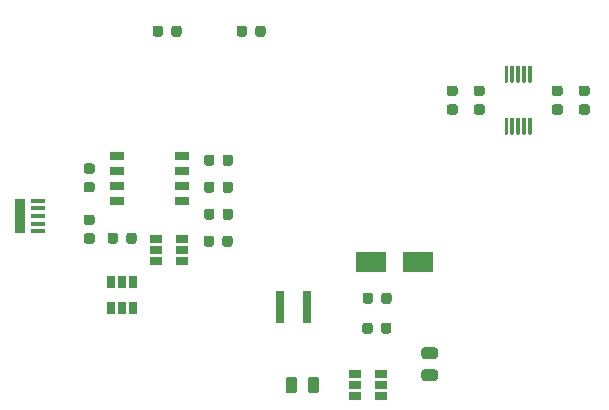
<source format=gbr>
G04 #@! TF.GenerationSoftware,KiCad,Pcbnew,(5.1.6)-1*
G04 #@! TF.CreationDate,2021-01-22T14:13:29+00:00*
G04 #@! TF.ProjectId,NanoBLE_Compass,4e616e6f-424c-4455-9f43-6f6d70617373,rev?*
G04 #@! TF.SameCoordinates,Original*
G04 #@! TF.FileFunction,Paste,Top*
G04 #@! TF.FilePolarity,Positive*
%FSLAX46Y46*%
G04 Gerber Fmt 4.6, Leading zero omitted, Abs format (unit mm)*
G04 Created by KiCad (PCBNEW (5.1.6)-1) date 2021-01-22 14:13:29*
%MOMM*%
%LPD*%
G01*
G04 APERTURE LIST*
%ADD10R,2.500000X1.800000*%
%ADD11R,0.800000X2.700000*%
%ADD12R,1.300000X0.700000*%
%ADD13R,1.200000X0.400000*%
%ADD14R,0.900000X3.000000*%
%ADD15R,1.060000X0.650000*%
%ADD16R,0.650000X1.060000*%
G04 APERTURE END LIST*
D10*
X150836000Y-93472000D03*
X154836000Y-93472000D03*
D11*
X143158000Y-97282000D03*
X145458000Y-97282000D03*
G36*
G01*
X126743750Y-89453000D02*
X127256250Y-89453000D01*
G75*
G02*
X127475000Y-89671750I0J-218750D01*
G01*
X127475000Y-90109250D01*
G75*
G02*
X127256250Y-90328000I-218750J0D01*
G01*
X126743750Y-90328000D01*
G75*
G02*
X126525000Y-90109250I0J218750D01*
G01*
X126525000Y-89671750D01*
G75*
G02*
X126743750Y-89453000I218750J0D01*
G01*
G37*
G36*
G01*
X126743750Y-91028000D02*
X127256250Y-91028000D01*
G75*
G02*
X127475000Y-91246750I0J-218750D01*
G01*
X127475000Y-91684250D01*
G75*
G02*
X127256250Y-91903000I-218750J0D01*
G01*
X126743750Y-91903000D01*
G75*
G02*
X126525000Y-91684250I0J218750D01*
G01*
X126525000Y-91246750D01*
G75*
G02*
X126743750Y-91028000I218750J0D01*
G01*
G37*
G36*
G01*
X137572000Y-91437750D02*
X137572000Y-91950250D01*
G75*
G02*
X137353250Y-92169000I-218750J0D01*
G01*
X136915750Y-92169000D01*
G75*
G02*
X136697000Y-91950250I0J218750D01*
G01*
X136697000Y-91437750D01*
G75*
G02*
X136915750Y-91219000I218750J0D01*
G01*
X137353250Y-91219000D01*
G75*
G02*
X137572000Y-91437750I0J-218750D01*
G01*
G37*
G36*
G01*
X139147000Y-91437750D02*
X139147000Y-91950250D01*
G75*
G02*
X138928250Y-92169000I-218750J0D01*
G01*
X138490750Y-92169000D01*
G75*
G02*
X138272000Y-91950250I0J218750D01*
G01*
X138272000Y-91437750D01*
G75*
G02*
X138490750Y-91219000I218750J0D01*
G01*
X138928250Y-91219000D01*
G75*
G02*
X139147000Y-91437750I0J-218750D01*
G01*
G37*
G36*
G01*
X166367750Y-80106000D02*
X166880250Y-80106000D01*
G75*
G02*
X167099000Y-80324750I0J-218750D01*
G01*
X167099000Y-80762250D01*
G75*
G02*
X166880250Y-80981000I-218750J0D01*
G01*
X166367750Y-80981000D01*
G75*
G02*
X166149000Y-80762250I0J218750D01*
G01*
X166149000Y-80324750D01*
G75*
G02*
X166367750Y-80106000I218750J0D01*
G01*
G37*
G36*
G01*
X166367750Y-78531000D02*
X166880250Y-78531000D01*
G75*
G02*
X167099000Y-78749750I0J-218750D01*
G01*
X167099000Y-79187250D01*
G75*
G02*
X166880250Y-79406000I-218750J0D01*
G01*
X166367750Y-79406000D01*
G75*
G02*
X166149000Y-79187250I0J218750D01*
G01*
X166149000Y-78749750D01*
G75*
G02*
X166367750Y-78531000I218750J0D01*
G01*
G37*
G36*
G01*
X160276250Y-80981000D02*
X159763750Y-80981000D01*
G75*
G02*
X159545000Y-80762250I0J218750D01*
G01*
X159545000Y-80324750D01*
G75*
G02*
X159763750Y-80106000I218750J0D01*
G01*
X160276250Y-80106000D01*
G75*
G02*
X160495000Y-80324750I0J-218750D01*
G01*
X160495000Y-80762250D01*
G75*
G02*
X160276250Y-80981000I-218750J0D01*
G01*
G37*
G36*
G01*
X160276250Y-79406000D02*
X159763750Y-79406000D01*
G75*
G02*
X159545000Y-79187250I0J218750D01*
G01*
X159545000Y-78749750D01*
G75*
G02*
X159763750Y-78531000I218750J0D01*
G01*
X160276250Y-78531000D01*
G75*
G02*
X160495000Y-78749750I0J-218750D01*
G01*
X160495000Y-79187250D01*
G75*
G02*
X160276250Y-79406000I-218750J0D01*
G01*
G37*
G36*
G01*
X132379000Y-74170250D02*
X132379000Y-73657750D01*
G75*
G02*
X132597750Y-73439000I218750J0D01*
G01*
X133035250Y-73439000D01*
G75*
G02*
X133254000Y-73657750I0J-218750D01*
G01*
X133254000Y-74170250D01*
G75*
G02*
X133035250Y-74389000I-218750J0D01*
G01*
X132597750Y-74389000D01*
G75*
G02*
X132379000Y-74170250I0J218750D01*
G01*
G37*
G36*
G01*
X133954000Y-74170250D02*
X133954000Y-73657750D01*
G75*
G02*
X134172750Y-73439000I218750J0D01*
G01*
X134610250Y-73439000D01*
G75*
G02*
X134829000Y-73657750I0J-218750D01*
G01*
X134829000Y-74170250D01*
G75*
G02*
X134610250Y-74389000I-218750J0D01*
G01*
X134172750Y-74389000D01*
G75*
G02*
X133954000Y-74170250I0J218750D01*
G01*
G37*
G36*
G01*
X140366000Y-73657750D02*
X140366000Y-74170250D01*
G75*
G02*
X140147250Y-74389000I-218750J0D01*
G01*
X139709750Y-74389000D01*
G75*
G02*
X139491000Y-74170250I0J218750D01*
G01*
X139491000Y-73657750D01*
G75*
G02*
X139709750Y-73439000I218750J0D01*
G01*
X140147250Y-73439000D01*
G75*
G02*
X140366000Y-73657750I0J-218750D01*
G01*
G37*
G36*
G01*
X141941000Y-73657750D02*
X141941000Y-74170250D01*
G75*
G02*
X141722250Y-74389000I-218750J0D01*
G01*
X141284750Y-74389000D01*
G75*
G02*
X141066000Y-74170250I0J218750D01*
G01*
X141066000Y-73657750D01*
G75*
G02*
X141284750Y-73439000I218750J0D01*
G01*
X141722250Y-73439000D01*
G75*
G02*
X141941000Y-73657750I0J-218750D01*
G01*
G37*
D12*
X134830000Y-85725000D03*
X134830000Y-84455000D03*
X134830000Y-86995000D03*
X134830000Y-88265000D03*
X129330000Y-85725000D03*
X129330000Y-84455000D03*
X129330000Y-86995000D03*
X129330000Y-88265000D03*
D13*
X122682000Y-89565000D03*
X122682000Y-88915000D03*
X122682000Y-88265000D03*
X122682000Y-90215000D03*
X122682000Y-90865000D03*
D14*
X121132000Y-89565000D03*
G36*
G01*
X138297500Y-85092250D02*
X138297500Y-84579750D01*
G75*
G02*
X138516250Y-84361000I218750J0D01*
G01*
X138953750Y-84361000D01*
G75*
G02*
X139172500Y-84579750I0J-218750D01*
G01*
X139172500Y-85092250D01*
G75*
G02*
X138953750Y-85311000I-218750J0D01*
G01*
X138516250Y-85311000D01*
G75*
G02*
X138297500Y-85092250I0J218750D01*
G01*
G37*
G36*
G01*
X136722500Y-85092250D02*
X136722500Y-84579750D01*
G75*
G02*
X136941250Y-84361000I218750J0D01*
G01*
X137378750Y-84361000D01*
G75*
G02*
X137597500Y-84579750I0J-218750D01*
G01*
X137597500Y-85092250D01*
G75*
G02*
X137378750Y-85311000I-218750J0D01*
G01*
X136941250Y-85311000D01*
G75*
G02*
X136722500Y-85092250I0J218750D01*
G01*
G37*
G36*
G01*
X136722500Y-87378250D02*
X136722500Y-86865750D01*
G75*
G02*
X136941250Y-86647000I218750J0D01*
G01*
X137378750Y-86647000D01*
G75*
G02*
X137597500Y-86865750I0J-218750D01*
G01*
X137597500Y-87378250D01*
G75*
G02*
X137378750Y-87597000I-218750J0D01*
G01*
X136941250Y-87597000D01*
G75*
G02*
X136722500Y-87378250I0J218750D01*
G01*
G37*
G36*
G01*
X138297500Y-87378250D02*
X138297500Y-86865750D01*
G75*
G02*
X138516250Y-86647000I218750J0D01*
G01*
X138953750Y-86647000D01*
G75*
G02*
X139172500Y-86865750I0J-218750D01*
G01*
X139172500Y-87378250D01*
G75*
G02*
X138953750Y-87597000I-218750J0D01*
G01*
X138516250Y-87597000D01*
G75*
G02*
X138297500Y-87378250I0J218750D01*
G01*
G37*
G36*
G01*
X126743750Y-86684500D02*
X127256250Y-86684500D01*
G75*
G02*
X127475000Y-86903250I0J-218750D01*
G01*
X127475000Y-87340750D01*
G75*
G02*
X127256250Y-87559500I-218750J0D01*
G01*
X126743750Y-87559500D01*
G75*
G02*
X126525000Y-87340750I0J218750D01*
G01*
X126525000Y-86903250D01*
G75*
G02*
X126743750Y-86684500I218750J0D01*
G01*
G37*
G36*
G01*
X126743750Y-85109500D02*
X127256250Y-85109500D01*
G75*
G02*
X127475000Y-85328250I0J-218750D01*
G01*
X127475000Y-85765750D01*
G75*
G02*
X127256250Y-85984500I-218750J0D01*
G01*
X126743750Y-85984500D01*
G75*
G02*
X126525000Y-85765750I0J218750D01*
G01*
X126525000Y-85328250D01*
G75*
G02*
X126743750Y-85109500I218750J0D01*
G01*
G37*
G36*
G01*
X136722500Y-89664250D02*
X136722500Y-89151750D01*
G75*
G02*
X136941250Y-88933000I218750J0D01*
G01*
X137378750Y-88933000D01*
G75*
G02*
X137597500Y-89151750I0J-218750D01*
G01*
X137597500Y-89664250D01*
G75*
G02*
X137378750Y-89883000I-218750J0D01*
G01*
X136941250Y-89883000D01*
G75*
G02*
X136722500Y-89664250I0J218750D01*
G01*
G37*
G36*
G01*
X138297500Y-89664250D02*
X138297500Y-89151750D01*
G75*
G02*
X138516250Y-88933000I218750J0D01*
G01*
X138953750Y-88933000D01*
G75*
G02*
X139172500Y-89151750I0J-218750D01*
G01*
X139172500Y-89664250D01*
G75*
G02*
X138953750Y-89883000I-218750J0D01*
G01*
X138516250Y-89883000D01*
G75*
G02*
X138297500Y-89664250I0J218750D01*
G01*
G37*
G36*
G01*
X131019000Y-91183750D02*
X131019000Y-91696250D01*
G75*
G02*
X130800250Y-91915000I-218750J0D01*
G01*
X130362750Y-91915000D01*
G75*
G02*
X130144000Y-91696250I0J218750D01*
G01*
X130144000Y-91183750D01*
G75*
G02*
X130362750Y-90965000I218750J0D01*
G01*
X130800250Y-90965000D01*
G75*
G02*
X131019000Y-91183750I0J-218750D01*
G01*
G37*
G36*
G01*
X129444000Y-91183750D02*
X129444000Y-91696250D01*
G75*
G02*
X129225250Y-91915000I-218750J0D01*
G01*
X128787750Y-91915000D01*
G75*
G02*
X128569000Y-91696250I0J218750D01*
G01*
X128569000Y-91183750D01*
G75*
G02*
X128787750Y-90965000I218750J0D01*
G01*
X129225250Y-90965000D01*
G75*
G02*
X129444000Y-91183750I0J-218750D01*
G01*
G37*
G36*
G01*
X152609000Y-96263750D02*
X152609000Y-96776250D01*
G75*
G02*
X152390250Y-96995000I-218750J0D01*
G01*
X151952750Y-96995000D01*
G75*
G02*
X151734000Y-96776250I0J218750D01*
G01*
X151734000Y-96263750D01*
G75*
G02*
X151952750Y-96045000I218750J0D01*
G01*
X152390250Y-96045000D01*
G75*
G02*
X152609000Y-96263750I0J-218750D01*
G01*
G37*
G36*
G01*
X151034000Y-96263750D02*
X151034000Y-96776250D01*
G75*
G02*
X150815250Y-96995000I-218750J0D01*
G01*
X150377750Y-96995000D01*
G75*
G02*
X150159000Y-96776250I0J218750D01*
G01*
X150159000Y-96263750D01*
G75*
G02*
X150377750Y-96045000I218750J0D01*
G01*
X150815250Y-96045000D01*
G75*
G02*
X151034000Y-96263750I0J-218750D01*
G01*
G37*
G36*
G01*
X151708500Y-99316250D02*
X151708500Y-98803750D01*
G75*
G02*
X151927250Y-98585000I218750J0D01*
G01*
X152364750Y-98585000D01*
G75*
G02*
X152583500Y-98803750I0J-218750D01*
G01*
X152583500Y-99316250D01*
G75*
G02*
X152364750Y-99535000I-218750J0D01*
G01*
X151927250Y-99535000D01*
G75*
G02*
X151708500Y-99316250I0J218750D01*
G01*
G37*
G36*
G01*
X150133500Y-99316250D02*
X150133500Y-98803750D01*
G75*
G02*
X150352250Y-98585000I218750J0D01*
G01*
X150789750Y-98585000D01*
G75*
G02*
X151008500Y-98803750I0J-218750D01*
G01*
X151008500Y-99316250D01*
G75*
G02*
X150789750Y-99535000I-218750J0D01*
G01*
X150352250Y-99535000D01*
G75*
G02*
X150133500Y-99316250I0J218750D01*
G01*
G37*
G36*
G01*
X168653750Y-80106000D02*
X169166250Y-80106000D01*
G75*
G02*
X169385000Y-80324750I0J-218750D01*
G01*
X169385000Y-80762250D01*
G75*
G02*
X169166250Y-80981000I-218750J0D01*
G01*
X168653750Y-80981000D01*
G75*
G02*
X168435000Y-80762250I0J218750D01*
G01*
X168435000Y-80324750D01*
G75*
G02*
X168653750Y-80106000I218750J0D01*
G01*
G37*
G36*
G01*
X168653750Y-78531000D02*
X169166250Y-78531000D01*
G75*
G02*
X169385000Y-78749750I0J-218750D01*
G01*
X169385000Y-79187250D01*
G75*
G02*
X169166250Y-79406000I-218750J0D01*
G01*
X168653750Y-79406000D01*
G75*
G02*
X168435000Y-79187250I0J218750D01*
G01*
X168435000Y-78749750D01*
G75*
G02*
X168653750Y-78531000I218750J0D01*
G01*
G37*
G36*
G01*
X157477750Y-78531000D02*
X157990250Y-78531000D01*
G75*
G02*
X158209000Y-78749750I0J-218750D01*
G01*
X158209000Y-79187250D01*
G75*
G02*
X157990250Y-79406000I-218750J0D01*
G01*
X157477750Y-79406000D01*
G75*
G02*
X157259000Y-79187250I0J218750D01*
G01*
X157259000Y-78749750D01*
G75*
G02*
X157477750Y-78531000I218750J0D01*
G01*
G37*
G36*
G01*
X157477750Y-80106000D02*
X157990250Y-80106000D01*
G75*
G02*
X158209000Y-80324750I0J-218750D01*
G01*
X158209000Y-80762250D01*
G75*
G02*
X157990250Y-80981000I-218750J0D01*
G01*
X157477750Y-80981000D01*
G75*
G02*
X157259000Y-80762250I0J218750D01*
G01*
X157259000Y-80324750D01*
G75*
G02*
X157477750Y-80106000I218750J0D01*
G01*
G37*
D15*
X132674000Y-91506000D03*
X132674000Y-92456000D03*
X132674000Y-93406000D03*
X134874000Y-93406000D03*
X134874000Y-91506000D03*
X134874000Y-92456000D03*
X151722000Y-103886000D03*
X151722000Y-102936000D03*
X151722000Y-104836000D03*
X149522000Y-104836000D03*
X149522000Y-103886000D03*
X149522000Y-102936000D03*
G36*
G01*
X162397000Y-82681000D02*
X162247000Y-82681000D01*
G75*
G02*
X162172000Y-82606000I0J75000D01*
G01*
X162172000Y-81306000D01*
G75*
G02*
X162247000Y-81231000I75000J0D01*
G01*
X162397000Y-81231000D01*
G75*
G02*
X162472000Y-81306000I0J-75000D01*
G01*
X162472000Y-82606000D01*
G75*
G02*
X162397000Y-82681000I-75000J0D01*
G01*
G37*
G36*
G01*
X162897000Y-82681000D02*
X162747000Y-82681000D01*
G75*
G02*
X162672000Y-82606000I0J75000D01*
G01*
X162672000Y-81306000D01*
G75*
G02*
X162747000Y-81231000I75000J0D01*
G01*
X162897000Y-81231000D01*
G75*
G02*
X162972000Y-81306000I0J-75000D01*
G01*
X162972000Y-82606000D01*
G75*
G02*
X162897000Y-82681000I-75000J0D01*
G01*
G37*
G36*
G01*
X163397000Y-82681000D02*
X163247000Y-82681000D01*
G75*
G02*
X163172000Y-82606000I0J75000D01*
G01*
X163172000Y-81306000D01*
G75*
G02*
X163247000Y-81231000I75000J0D01*
G01*
X163397000Y-81231000D01*
G75*
G02*
X163472000Y-81306000I0J-75000D01*
G01*
X163472000Y-82606000D01*
G75*
G02*
X163397000Y-82681000I-75000J0D01*
G01*
G37*
G36*
G01*
X163897000Y-82681000D02*
X163747000Y-82681000D01*
G75*
G02*
X163672000Y-82606000I0J75000D01*
G01*
X163672000Y-81306000D01*
G75*
G02*
X163747000Y-81231000I75000J0D01*
G01*
X163897000Y-81231000D01*
G75*
G02*
X163972000Y-81306000I0J-75000D01*
G01*
X163972000Y-82606000D01*
G75*
G02*
X163897000Y-82681000I-75000J0D01*
G01*
G37*
G36*
G01*
X164397000Y-82681000D02*
X164247000Y-82681000D01*
G75*
G02*
X164172000Y-82606000I0J75000D01*
G01*
X164172000Y-81306000D01*
G75*
G02*
X164247000Y-81231000I75000J0D01*
G01*
X164397000Y-81231000D01*
G75*
G02*
X164472000Y-81306000I0J-75000D01*
G01*
X164472000Y-82606000D01*
G75*
G02*
X164397000Y-82681000I-75000J0D01*
G01*
G37*
G36*
G01*
X164397000Y-78281000D02*
X164247000Y-78281000D01*
G75*
G02*
X164172000Y-78206000I0J75000D01*
G01*
X164172000Y-76906000D01*
G75*
G02*
X164247000Y-76831000I75000J0D01*
G01*
X164397000Y-76831000D01*
G75*
G02*
X164472000Y-76906000I0J-75000D01*
G01*
X164472000Y-78206000D01*
G75*
G02*
X164397000Y-78281000I-75000J0D01*
G01*
G37*
G36*
G01*
X163897000Y-78281000D02*
X163747000Y-78281000D01*
G75*
G02*
X163672000Y-78206000I0J75000D01*
G01*
X163672000Y-76906000D01*
G75*
G02*
X163747000Y-76831000I75000J0D01*
G01*
X163897000Y-76831000D01*
G75*
G02*
X163972000Y-76906000I0J-75000D01*
G01*
X163972000Y-78206000D01*
G75*
G02*
X163897000Y-78281000I-75000J0D01*
G01*
G37*
G36*
G01*
X163397000Y-78281000D02*
X163247000Y-78281000D01*
G75*
G02*
X163172000Y-78206000I0J75000D01*
G01*
X163172000Y-76906000D01*
G75*
G02*
X163247000Y-76831000I75000J0D01*
G01*
X163397000Y-76831000D01*
G75*
G02*
X163472000Y-76906000I0J-75000D01*
G01*
X163472000Y-78206000D01*
G75*
G02*
X163397000Y-78281000I-75000J0D01*
G01*
G37*
G36*
G01*
X162897000Y-78281000D02*
X162747000Y-78281000D01*
G75*
G02*
X162672000Y-78206000I0J75000D01*
G01*
X162672000Y-76906000D01*
G75*
G02*
X162747000Y-76831000I75000J0D01*
G01*
X162897000Y-76831000D01*
G75*
G02*
X162972000Y-76906000I0J-75000D01*
G01*
X162972000Y-78206000D01*
G75*
G02*
X162897000Y-78281000I-75000J0D01*
G01*
G37*
G36*
G01*
X162397000Y-78281000D02*
X162247000Y-78281000D01*
G75*
G02*
X162172000Y-78206000I0J75000D01*
G01*
X162172000Y-76906000D01*
G75*
G02*
X162247000Y-76831000I75000J0D01*
G01*
X162397000Y-76831000D01*
G75*
G02*
X162472000Y-76906000I0J-75000D01*
G01*
X162472000Y-78206000D01*
G75*
G02*
X162397000Y-78281000I-75000J0D01*
G01*
G37*
D16*
X128844000Y-97366000D03*
X129794000Y-97366000D03*
X130744000Y-97366000D03*
X130744000Y-95166000D03*
X128844000Y-95166000D03*
X129794000Y-95166000D03*
G36*
G01*
X143637500Y-104342250D02*
X143637500Y-103429750D01*
G75*
G02*
X143881250Y-103186000I243750J0D01*
G01*
X144368750Y-103186000D01*
G75*
G02*
X144612500Y-103429750I0J-243750D01*
G01*
X144612500Y-104342250D01*
G75*
G02*
X144368750Y-104586000I-243750J0D01*
G01*
X143881250Y-104586000D01*
G75*
G02*
X143637500Y-104342250I0J243750D01*
G01*
G37*
G36*
G01*
X145512500Y-104342250D02*
X145512500Y-103429750D01*
G75*
G02*
X145756250Y-103186000I243750J0D01*
G01*
X146243750Y-103186000D01*
G75*
G02*
X146487500Y-103429750I0J-243750D01*
G01*
X146487500Y-104342250D01*
G75*
G02*
X146243750Y-104586000I-243750J0D01*
G01*
X145756250Y-104586000D01*
G75*
G02*
X145512500Y-104342250I0J243750D01*
G01*
G37*
G36*
G01*
X155372750Y-102558000D02*
X156285250Y-102558000D01*
G75*
G02*
X156529000Y-102801750I0J-243750D01*
G01*
X156529000Y-103289250D01*
G75*
G02*
X156285250Y-103533000I-243750J0D01*
G01*
X155372750Y-103533000D01*
G75*
G02*
X155129000Y-103289250I0J243750D01*
G01*
X155129000Y-102801750D01*
G75*
G02*
X155372750Y-102558000I243750J0D01*
G01*
G37*
G36*
G01*
X155372750Y-100683000D02*
X156285250Y-100683000D01*
G75*
G02*
X156529000Y-100926750I0J-243750D01*
G01*
X156529000Y-101414250D01*
G75*
G02*
X156285250Y-101658000I-243750J0D01*
G01*
X155372750Y-101658000D01*
G75*
G02*
X155129000Y-101414250I0J243750D01*
G01*
X155129000Y-100926750D01*
G75*
G02*
X155372750Y-100683000I243750J0D01*
G01*
G37*
M02*

</source>
